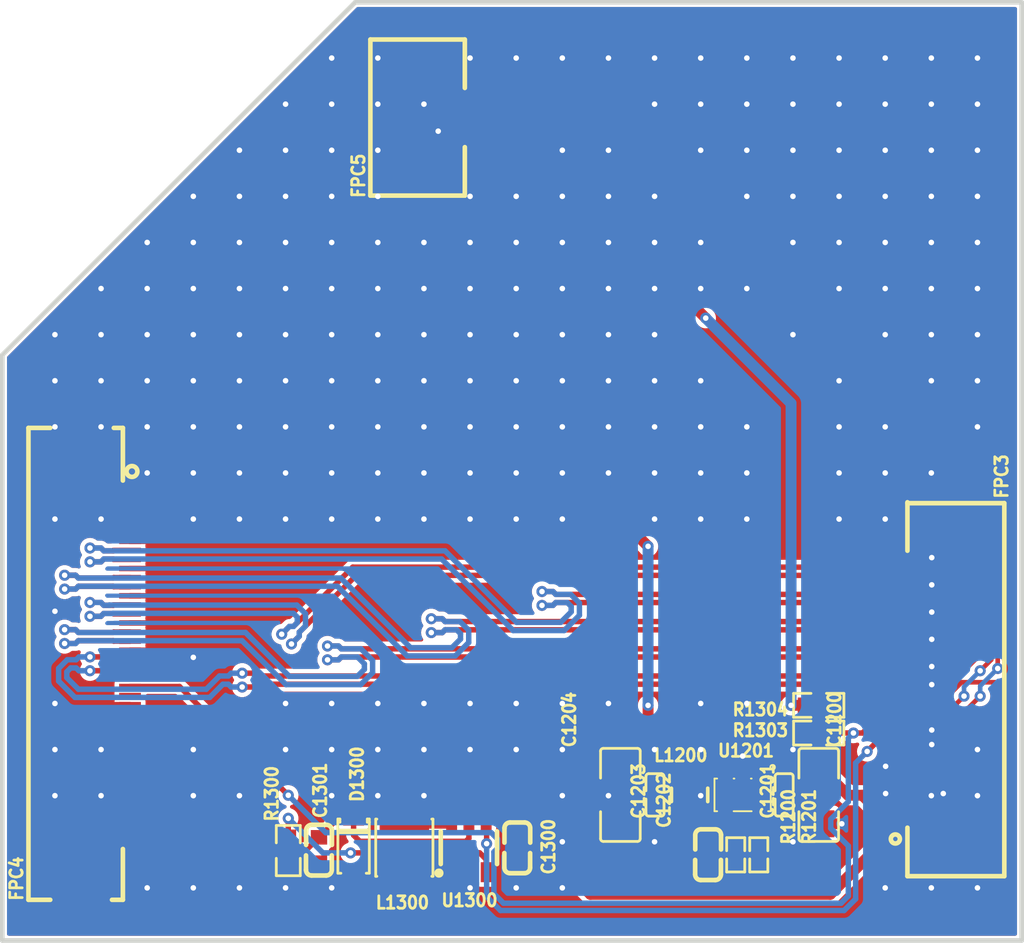
<source format=kicad_pcb>
(kicad_pcb
	(version 20241229)
	(generator "pcbnew")
	(generator_version "9.0")
	(general
		(thickness 1.6)
		(legacy_teardrops no)
	)
	(paper "A4")
	(layers
		(0 "F.Cu" signal "Top Layer")
		(2 "B.Cu" signal "Bottom Layer")
		(9 "F.Adhes" user "F.Adhesive")
		(11 "B.Adhes" user "B.Adhesive")
		(13 "F.Paste" user "Top Paste Mask Layer")
		(15 "B.Paste" user "Bottom Paste Mask Layer")
		(5 "F.SilkS" user "Top Silkscreen Layer")
		(7 "B.SilkS" user "Bottom Silkscreen Layer")
		(1 "F.Mask" user "Top Solder Mask Layer")
		(3 "B.Mask" user "Bottom Solder Mask Layer")
		(17 "Dwgs.User" user "Document Layer")
		(19 "Cmts.User" user "User.Comments")
		(21 "Eco1.User" user "User.Eco1")
		(23 "Eco2.User" user "Mechanical Layer")
		(25 "Edge.Cuts" user "Multi-Layer")
		(27 "Margin" user)
		(31 "F.CrtYd" user "F.Courtyard")
		(29 "B.CrtYd" user "B.Courtyard")
		(35 "F.Fab" user "Top Assembly Layer")
		(33 "B.Fab" user "Bottom Assembly Layer")
		(39 "User.1" user "Ratline Layer")
		(41 "User.2" user "Component Shape Layer")
		(43 "User.3" user "Component Marking Layer")
		(45 "User.4" user "3D Shell Outline Layer")
		(47 "User.5" user "3D Shell Top Layer")
		(49 "User.6" user "3D Shell Bottom Layer")
		(51 "User.7" user "Drill Drawing Layer")
	)
	(setup
		(pad_to_mask_clearance 0)
		(allow_soldermask_bridges_in_footprints no)
		(tenting front back)
		(aux_axis_origin 120 130)
		(pcbplotparams
			(layerselection 0x00000000_00000000_55555555_5755f5ff)
			(plot_on_all_layers_selection 0x00000000_00000000_00000000_00000000)
			(disableapertmacros no)
			(usegerberextensions no)
			(usegerberattributes yes)
			(usegerberadvancedattributes yes)
			(creategerberjobfile yes)
			(dashed_line_dash_ratio 12.000000)
			(dashed_line_gap_ratio 3.000000)
			(svgprecision 4)
			(plotframeref no)
			(mode 1)
			(useauxorigin no)
			(hpglpennumber 1)
			(hpglpenspeed 20)
			(hpglpendiameter 15.000000)
			(pdf_front_fp_property_popups yes)
			(pdf_back_fp_property_popups yes)
			(pdf_metadata yes)
			(pdf_single_document no)
			(dxfpolygonmode yes)
			(dxfimperialunits yes)
			(dxfusepcbnewfont yes)
			(psnegative no)
			(psa4output no)
			(plot_black_and_white yes)
			(plotinvisibletext no)
			(sketchpadsonfab no)
			(plotpadnumbers no)
			(hidednponfab no)
			(sketchdnponfab yes)
			(crossoutdnponfab yes)
			(subtractmaskfromsilk no)
			(outputformat 1)
			(mirror no)
			(drillshape 1)
			(scaleselection 1)
			(outputdirectory "")
		)
	)
	(net 0 "")
	(net 1 "+5V")
	(net 2 "GND")
	(net 3 "+3.3V")
	(net 4 "$1N3343")
	(net 5 "LED+")
	(net 6 "$1N2787")
	(net 7 "TP_SDA")
	(net 8 "TP_SCL")
	(net 9 "TP_INT")
	(net 10 "LCD_BL")
	(net 11 "LCD_RST")
	(net 12 "TP_RST")
	(net 13 "D3_N")
	(net 14 "D3_P")
	(net 15 "D2_N")
	(net 16 "D2_P")
	(net 17 "D1_N")
	(net 18 "D1_P")
	(net 19 "D0_N")
	(net 20 "D0_P")
	(net 21 "CLK_N")
	(net 22 "CLK_P")
	(net 23 "LED-")
	(net 24 "$1N3340")
	(footprint "ProPrj_wantalari_2025-02-21:R0603" (layer "F.Cu") (at 164.958 117.046 180))
	(footprint "ProPrj_wantalari_2025-02-21:R0603" (layer "F.Cu") (at 164.958 118.57 180))
	(footprint "ProPrj_wantalari_2025-02-21:SOT-23-6_L2.9-W1.6-P0.95-LS2.8-BR" (layer "F.Cu") (at 145.694 124.889 -90))
	(footprint "ProPrj_wantalari_2025-02-21:C0603" (layer "F.Cu") (at 137.439 125.016 90))
	(footprint "ProPrj_wantalari_2025-02-21:SOT-23-5_L3.0-W1.7-P0.95-LS2.8-BR" (layer "F.Cu") (at 160.767 121.979 90))
	(footprint "ProPrj_wantalari_2025-02-21:C0402" (layer "F.Cu") (at 163.053 121.979 -90))
	(footprint "ProPrj_wantalari_2025-02-21:C0603" (layer "F.Cu") (at 148.361 124.889 90))
	(footprint "ProPrj_wantalari_2025-02-21:IND-SMD_L3.0-W3.0_FNR30XXS" (layer "F.Cu") (at 142.138 124.889 90))
	(footprint "ProPrj_wantalari_2025-02-21:FPC-SMD_P0.50-40P_LCS-SJ-H2.0" (layer "F.Cu") (at 125.715 114.76 90))
	(footprint "ProPrj_wantalari_2025-02-21:SOD-123_L2.8-W1.8-LS3.7-RD" (layer "F.Cu") (at 139.344 124.889 -90))
	(footprint "ProPrj_wantalari_2025-02-21:IND-SMD_L2.5-W2.0_MHCHL2520" (layer "F.Cu") (at 157.846 121.979 -90))
	(footprint "ProPrj_wantalari_2025-02-21:C0402" (layer "F.Cu") (at 155.941 121.979 90))
	(footprint "ProPrj_wantalari_2025-02-21:FPC-SMD_P0.50-30P_LCS-SJ-H2.0" (layer "F.Cu") (at 170.927 116.157 -90))
	(footprint "ProPrj_wantalari_2025-02-21:C0603" (layer "F.Cu") (at 158.862 125.281 -90))
	(footprint "ProPrj_wantalari_2025-02-21:FPC-SMD_P0.50-6P_LCS-SJ-H2.0" (layer "F.Cu") (at 144.384 84.661 90))
	(footprint "ProPrj_wantalari_2025-02-21:C1206" (layer "F.Cu") (at 154.036 121.979 -90))
	(footprint "ProPrj_wantalari_2025-02-21:C1206" (layer "F.Cu") (at 164.958 121.979 90))
	(footprint "ProPrj_wantalari_2025-02-21:R0402" (layer "F.Cu") (at 161.656 125.281 90))
	(footprint "ProPrj_wantalari_2025-02-21:R0603" (layer "F.Cu") (at 135.748 125.047 90))
	(footprint "ProPrj_wantalari_2025-02-21:R0402" (layer "F.Cu") (at 160.386 125.281 -90))
	(gr_line
		(start 176.134 78.311)
		(end 176.134 130)
		(stroke
			(width 0.254)
			(type default)
		)
		(layer "Edge.Cuts")
		(uuid "3d0e2cff-6ef4-47d0-8929-fa17f80baf28")
	)
	(gr_line
		(start 176.134 130)
		(end 120 130)
		(stroke
			(width 0.254)
			(type default)
		)
		(layer "Edge.Cuts")
		(uuid "4804bca4-7f58-4f45-b922-191e5133aed8")
	)
	(gr_line
		(start 120 130)
		(end 120 97.742)
		(stroke
			(width 0.254)
			(type default)
		)
		(layer "Edge.Cuts")
		(uuid "722f4689-a836-4e64-8337-a94cc36ab40c")
	)
	(gr_line
		(start 120 97.742)
		(end 139.431 78.311)
		(stroke
			(width 0.254)
			(type default)
		)
		(layer "Edge.Cuts")
		(uuid "74559f65-32ae-4b9f-a490-3374fc9ea487")
	)
	(gr_line
		(start 139.431 78.311)
		(end 176.134 78.311)
		(stroke
			(width 0.254)
			(type default)
		)
		(layer "Edge.Cuts")
		(uuid "ddd3ffaf-a0a8-4f61-8589-1172cc19ca6f")
	)
	(segment
		(start 168.26 124.793)
		(end 168.26 122.905)
		(width 0.6)
		(layer "F.Cu")
		(net 1)
		(uuid "03ecf2b7-7488-4f40-bc90-f02475534fbd")
	)
	(segment
		(start 144.744 123.539)
		(end 144.744 122.655)
		(width 0.6)
		(layer "F.Cu")
		(net 1)
		(uuid "1285396f-de71-461b-bb1d-daa500b13fdc")
	)
	(segment
		(start 159.817 123.279)
		(end 161.717 121.379)
		(width 0.6)
		(layer "F.Cu")
		(net 1)
		(uuid "150049c2-be73-4730-866c-f2f0ea4a6464")
	)
	(segment
		(start 148.361 124.189)
		(end 149.114 124.189)
		(width 0.6)
		(layer "F.Cu")
		(net 1)
		(uuid "18670092-19c5-460d-addc-4682652c1d96")
	)
	(segment
		(start 144.744 123.539)
		(end 142.138 123.539)
		(width 0.6)
		(layer "F.Cu")
		(net 1)
		(uuid "191facf4-91bb-4cb5-87e7-30b346a0a872")
	)
	(segment
		(start 145.146 122.253)
		(end 147.813 122.253)
		(width 0.6)
		(layer "F.Cu")
		(net 1)
		(uuid "19afb773-4092-48a8-b6c8-df720fd6ad38")
	)
	(segment
		(start 168.895 122.507)
		(end 168.895 122.904)
		(width 0.254)
		(layer "F.Cu")
		(net 1)
		(uuid "29757d4e-61e0-471c-b25d-5b10571fe89f")
	)
	(segment
		(start 165.593 127.46)
		(end 168.26 124.793)
		(width 0.6)
		(layer "F.Cu")
		(net 1)
		(uuid "40de23d8-d2b7-48df-972d-efa75463730e")
	)
	(segment
		(start 161.717 121.379)
		(end 161.717 120.6785)
		(width 0.6)
		(layer "F.Cu")
		(net 1)
		(uuid "528748d6-dad7-40c8-8276-25f48058430a")
	)
	(segment
		(start 161.717 120.6785)
		(end 163.0395 120.6785)
		(width 0.6)
		(layer "F.Cu")
		(net 1)
		(uuid "67358f1f-00e0-4552-b3a2-f4e8cd655231")
	)
	(segment
		(start 167.354 121.999)
		(end 166.571 121.999)
		(width 0.6)
		(layer "F.Cu")
		(net 1)
		(uuid "67cc0cfa-5f58-41e8-9f87-68eff9a47ff8")
	)
	(segment
		(start 147.813 122.253)
		(end 148.361 122.801)
		(width 0.6)
		(layer "F.Cu")
		(net 1)
		(uuid "68154533-6fde-4a92-8d28-98a88e5d94e2")
	)
	(segment
		(start 169.8435 122.405)
		(end 168.997 122.405)
		(width 0.254)
		(layer "F.Cu")
		(net 1)
		(uuid "7c8f378c-74b0-484a-8223-925a21e91192")
	)
	(segment
		(start 169.8435 122.905)
		(end 168.8955 122.905)
		(width 0.254)
		(layer "F.Cu")
		(net 1)
		(uuid "7d7bc52f-f8b2-4870-8762-cfc0a8862692")
	)
	(segment
		(start 169.031 123.405)
		(end 169.8435 123.405)
		(width 0.254)
		(layer "F.Cu")
		(net 1)
		(uuid "af2bb01f-2b6a-473d-9c6b-bc49483b7414")
	)
	(segment
		(start 164.6655 120.6785)
		(end 164.958 120.386)
		(width 0.6)
		(layer "F.Cu")
		(net 1)
		(uuid "b5ffe4c7-83ce-4e82-9bd7-b61a3d7d08d4")
	)
	(segment
		(start 163.0395 120.6785)
		(end 164.6655 120.6785)
		(width 0.6)
		(layer "F.Cu")
		(net 1)
		(uuid "c00bea9c-b40f-4a6c-9b4c-67af880fae7a")
	)
	(segment
		(start 168.26 122.905)
		(end 167.354 121.999)
		(width 0.6)
		(layer "F.Cu")
		(net 1)
		(uuid "c0caba8a-8df6-4ddf-a195-5357980bbb6d")
	)
	(segment
		(start 168.8955 122.905)
		(end 168.26 122.905)
		(width 0.6)
		(layer "F.Cu")
		(net 1)
		(uuid "c33cc5fb-1ecc-4ff1-b3db-3c307103229e")
	)
	(segment
		(start 163.053 120.6925)
		(end 163.0395 120.6785)
		(width 0.6)
		(layer "F.Cu")
		(net 1)
		(uuid "cfb2ce93-b177-4804-85f2-2d9fcc933819")
	)
	(segment
		(start 152.385 127.46)
		(end 165.593 127.46)
		(width 0.6)
		(layer "F.Cu")
		(net 1)
		(uuid "db53072e-f639-4f51-a948-64bd8225bf63")
	)
	(segment
		(start 168.895 122.9055)
		(end 168.895 123.269)
		(width 0.254)
		(layer "F.Cu")
		(net 1)
		(uuid "e0ba3460-c793-4a2c-9afa-1b4c4fefc3ee")
	)
	(segment
		(start 149.114 124.189)
		(end 152.385 127.46)
		(width 0.6)
		(layer "F.Cu")
		(net 1)
		(uuid "e65784d8-c605-4c5b-a767-7ee2772e07c7")
	)
	(segment
		(start 144.744 122.655)
		(end 145.146 122.253)
		(width 0.6)
		(layer "F.Cu")
		(net 1)
		(uuid "e9e6a90c-6969-4158-a723-d6be9d4f79e1")
	)
	(segment
		(start 148.361 122.801)
		(end 148.361 124.189)
		(width 0.6)
		(layer "F.Cu")
		(net 1)
		(uuid "ecea071c-ad9b-497d-a3d2-dfb3332eb99d")
	)
	(segment
		(start 163.053 121.4335)
		(end 163.053 120.6925)
		(width 0.6)
		(layer "F.Cu")
		(net 1)
		(uuid "f03e2b9b-1330-4afb-a625-295ecd75124c")
	)
	(segment
		(start 166.571 121.999)
		(end 164.958 120.386)
		(width 0.6)
		(layer "F.Cu")
		(net 1)
		(uuid "f9fd9546-fa57-43ec-b77f-acb477802e03")
	)
	(segment
		(start 168.895 123.269)
		(end 169.031 123.405)
		(width 0.254)
		(layer "F.Cu")
		(net 1)
		(uuid "fbd090aa-ec78-4723-b90e-d5ac378e0618")
	)
	(segment
		(start 168.997 122.405)
		(end 168.895 122.507)
		(width 0.254)
		(layer "F.Cu")
		(net 1)
		(uuid "fd390bfa-f74c-4932-9ec9-cb34efe6a9a6")
	)
	(segment
		(start 161.656 125.7135)
		(end 162.5135 125.7135)
		(width 0.6)
		(layer "F.Cu")
		(net 2)
		(uuid "04ad3eb1-2877-4805-b9b3-7b7a0b18b68c")
	)
	(segment
		(start 127.033 114.008)
		(end 128.995 114.008)
		(width 0.3)
		(layer "F.Cu")
		(net 2)
		(uuid "05d6d293-c7d4-4ff5-a882-90efacfd3d25")
	)
	(segment
		(start 160.767 120.6785)
		(end 160.767 119.84)
		(width 0.6)
		(layer "F.Cu")
		(net 2)
		(uuid "06a3b83f-ee82-4748-94fb-6e92e04a9ab1")
	)
	(segment
		(start 127.033 112.507)
		(end 128.6235 112.507)
		(width 0.3)
		(layer "F.Cu")
		(net 2)
		(uuid "08f348fd-ef5d-4974-8acf-906133691f73")
	)
	(segment
		(start 170.679 116.405)
		(end 171.181 115.903)
		(width 0.3)
		(layer "F.Cu")
		(net 2)
		(uuid "0a008301-f76d-4302-a95b-62773e064d03")
	)
	(segment
		(start 128.509 109.4615)
		(end 128.4635 109.5075)
		(width 0.3)
		(layer "F.Cu")
		(net 2)
		(uuid "0b9756b8-46a2-4ff2-9f1a-ceb3243b1fc6")
	)
	(segment
		(start 125.4635 119.5075)
		(end 125.438 119.482)
		(width 0.3)
		(layer "F.Cu")
		(net 2)
		(uuid "0eb7bd6d-786f-4725-b70a-dfda51fbfb0a")
	)
	(segment
		(start 125.677 117.008)
		(end 125.461 116.792)
		(width 0.3)
		(layer "F.Cu")
		(net 2)
		(uuid "17f7dd1e-bc20-450e-9d10-df68dd8e758b")
	)
	(segment
		(start 127.033 106.5075)
		(end 125.7125 106.5075)
		(width 0.3)
		(layer "F.Cu")
		(net 2)
		(uuid "2343d043-e7c2-44b9-9b70-b62cea6133f3")
	)
	(segment
		(start 164.958 123.5715)
		(end 166.228 123.5715)
		(width 0.6)
		(layer "F.Cu")
		(net 2)
		(uuid "258da6d2-1697-425b-a0a3-b6050b901dae")
	)
	(segment
		(start 125.461 116.157)
		(end 126.11 115.508)
		(width 0.3)
		(layer "F.Cu")
		(net 2)
		(uuid "269bced5-1385-49b4-b698-7671e3f17266")
	)
	(segment
		(start 128.995 114.528)
		(end 128.995 114.008)
		(width 0.3)
		(layer "F.Cu")
		(net 2)
		(uuid "26dd5423-c0d6-419a-96e2-18944a1396cf")
	)
	(segment
		(start 162.5135 125.7135)
		(end 163.053 125.174)
		(width 0.6)
		(layer "F.Cu")
		(net 2)
		(uuid "314fec69-1066-4897-816c-a4d56ec68041")
	)
	(segment
		(start 163.073 123.5715)
		(end 163.053 123.5515)
		(width 0.6)
		(layer "F.Cu")
		(net 2)
		(uuid "3583334a-70b6-4bcc-9f76-85658ab99867")
	)
	(segment
		(start 126.11 115.508)
		(end 127.033 115.508)
		(width 0.3)
		(layer "F.Cu")
		(net 2)
		(uuid "38f6ac79-2a62-4dc0-8cd2-8e2e9749b930")
	)
	(segment
		(start 169.842 108.907)
		(end 171.181 108.907)
		(width 0.3)
		(layer "F.Cu")
		(net 2)
		(uuid "46773e7e-a0f0-4885-96e7-ac1c0fa311ca")
	)
	(segment
		(start 128.848 112.282)
		(end 128.6235 112.507)
		(width 0.3)
		(layer "F.Cu")
		(net 2)
		(uuid "49bdfd63-b791-4da0-95c7-543ce8960c99")
	)
	(segment
		(start 156.1615 121.4335)
		(end 156.586 121.858)
		(width 0.6)
		(layer "F.Cu")
		(net 2)
		(uuid "4c248bc8-0bbe-477c-893a-beca64f247d3")
	)
	(segment
		(start 169.8435 118.405)
		(end 171.181 118.405)
		(width 0.254)
		(layer "F.Cu")
		(net 2)
		(uuid "4e157551-ffe3-4f46-a822-2c84b65f74eb")
	)
	(segment
		(start 163.053 125.174)
		(end 163.053 123.5515)
		(width 0.6)
		(layer "F.Cu")
		(net 2)
		(uuid "4e5c178b-598b-4974-92db-ac3a6a6b15a2")
	)
	(segment
		(start 127.033 111.0085)
		(end 128.636 111.0085)
		(width 0.3)
		(layer "F.Cu")
		(net 2)
		(uuid "4f8e8a62-5d82-4a01-adda-84dfb270384f")
	)
	(segment
		(start 128.015 115.508)
		(end 128.995 114.528)
		(width 0.3)
		(layer "F.Cu")
		(net 2)
		(uuid "54de6cb1-52a0-4ceb-b0db-be0ed0a0d254")
	)
	(segment
		(start 127.033 115.508)
		(end 128.015 115.508)
		(width 0.3)
		(layer "F.Cu")
		(net 2)
		(uuid "593e2df1-9be1-44e1-99f5-424a230e5701")
	)
	(segment
		(start 145.469 85.411)
		(end 144.003 85.411)
		(width 0.3)
		(layer "F.Cu")
		(net 2)
		(uuid "65267130-9c5e-460a-bae2-0957e1f069b6")
	)
	(segment
		(start 155.941 121.4335)
		(end 156.1615 121.4335)
		(width 0.6)
		(layer "F.Cu")
		(net 2)
		(uuid "7422dc18-b5e6-4933-8bd0-7ae7cd56b77d")
	)
	(segment
		(start 169.8435 119.405)
		(end 170.981 119.405)
		(width 0.254)
		(layer "F.Cu")
		(net 2)
		(uuid "7640c9da-a0ce-4d26-b857-336995ff9de4")
	)
	(segment
		(start 154.036 120.386)
		(end 154.8935 120.386)
		(width 0.6)
		(layer "F.Cu")
		(net 2)
		(uuid "77824867-409d-4ce6-a855-13439586f484")
	)
	(segment
		(start 125.461 116.792)
		(end 125.461 116.157)
		(width 0.3)
		(layer "F.Cu")
		(net 2)
		(uuid "7b140181-9c6a-4f7b-a2cf-0ad4b8a74c57")
	)
	(segment
		(start 163.053 123.5515)
		(end 163.053 122.524)
		(width 0.6)
		(layer "F.Cu")
		(net 2)
		(uuid "7be3521a-d667-4c11-a006-e23f1c60b166")
	)
	(segment
		(start 128.995 114.008)
		(end 130.1245 114.008)
		(width 0.3)
		(layer "F.Cu")
		(net 2)
		(uuid "8112df9f-c22a-4cb1-8819-4792f53cdc7d")
	)
	(segment
		(start 169.842 110.407)
		(end 171.181 110.407)
		(width 0.3)
		(layer "F.Cu")
		(net 2)
		(uuid "827bb155-5900-4a06-9857-a566afa72c49")
	)
	(segment
		(start 164.958 123.5715)
		(end 163.073 123.5715)
		(width 0.6)
		(layer "F.Cu")
		(net 2)
		(uuid "85674786-96fd-4256-9f83-9fbdf5ab2546")
	)
	(segment
		(start 128.2345 108.0085)
		(end 128.509 108.283)
		(width 0.3)
		(layer "F.Cu")
		(net 2)
		(uuid "8cb68b5a-be78-46e0-a432-4d9f548f259d")
	)
	(segment
		(start 169.842 113.407)
		(end 171.181 113.407)
		(width 0.3)
		(layer "F.Cu")
		(net 2)
		(uuid "8da5642c-972e-43ed-974f-7073a10ec5f2")
	)
	(segment
		(start 128.6235 112.507)
		(end 130.1245 114.008)
		(width 0.3)
		(layer "F.Cu")
		(net 2)
		(uuid "94503ba7-988d-46c6-839a-b4714a14b035")
	)
	(segment
		(start 169.8435 121.905)
		(end 168.641 121.905)
		(width 0.254)
		(layer "F.Cu")
		(net 2)
		(uuid "95acfbca-4bb8-48d9-a80b-c7546249283a")
	)
	(segment
		(start 130.1245 114.008)
		(end 130.518 114.402)
		(width 0.3)
		(layer "F.Cu")
		(net 2)
		(uuid "99bf5a21-63ce-4d0f-b837-384fcdf592a8")
	)
	(segment
		(start 154.8935 120.386)
		(end 155.941 121.4335)
		(width 0.6)
		(layer "F.Cu")
		(net 2)
		(uuid "9e5d8edc-a288-4806-b2b6-c65d0175fb87")
	)
	(segment
		(start 170.981 119.405)
		(end 171.181 119.205)
		(width 0.254)
		(layer "F.Cu")
		(net 2)
		(uuid "a62c9b19-657f-45cc-beb5-04cdd6631135")
	)
	(segment
		(start 125.7125 106.5075)
		(end 125.438 106.782)
		(width 0.3)
		(layer "F.Cu")
		(net 2)
		(uuid "a8443c87-c060-4cd5-bc67-4771a6cfd5cb")
	)
	(segment
		(start 128.4635 109.5075)
		(end 128.636 109.68)
		(width 0.3)
		(layer "F.Cu")
		(net 2)
		(uuid "ad5ce332-1e14-4d7c-be34-08d51cad9abe")
	)
	(segment
		(start 160.767 121.336)
		(end 160.767 120.6785)
		(width 0.6)
		(layer "F.Cu")
		(net 2)
		(uuid "b076d409-0629-4a02-b73a-37a3fb018d88")
	)
	(segment
		(start 156.586 121.858)
		(end 160.245 121.858)
		(width 0.6)
		(layer "F.Cu")
		(net 2)
		(uuid "b10bc016-ea15-4d53-a4be-3ad6ea58d1f9")
	)
	(segment
		(start 160.245 121.858)
		(end 160.767 121.336)
		(width 0.6)
		(layer "F.Cu")
		(net 2)
		(uuid "b4c432a9-689c-490d-b7cd-7f4d6ed709bb")
	)
	(segment
		(start 169.842 114.907)
		(end 171.181 114.907)
		(width 0.3)
		(layer "F.Cu")
		(net 2)
		(uuid "b56e01a8-846d-4b28-83cd-b3f599468c7f")
	)
	(segment
		(start 169.8435 116.405)
		(end 170.679 116.405)
		(width 0.3)
		(layer "F.Cu")
		(net 2)
		(uuid "bdbe031e-614a-4cae-871e-96e40c1994b2")
	)
	(segment
		(start 128.509 108.283)
		(end 128.509 109.4615)
		(width 0.3)
		(layer "F.Cu")
		(net 2)
		(uuid "c2524db5-a5f4-435e-ab66-6ab27f6c453d")
	)
	(segment
		(start 127.033 119.5075)
		(end 125.4635 119.5075)
		(width 0.3)
		(layer "F.Cu")
		(net 2)
		(uuid "cb0f9244-5ff2-4be8-9be3-a0854a10dd8e")
	)
	(segment
		(start 169.8435 120.405)
		(end 168.641 120.405)
		(width 0.254)
		(layer "F.Cu")
		(net 2)
		(uuid "cd5beb19-b7f0-4ecd-b319-a95e0be3be82")
	)
	(segment
		(start 127.033 117.008)
		(end 125.677 117.008)
		(width 0.3)
		(layer "F.Cu")
		(net 2)
		(uuid "d062e315-8582-40dd-8dbe-ed7831f2c680")
	)
	(segment
		(start 128.636 111.0085)
		(end 128.848 111.2205)
		(width 0.3)
		(layer "F.Cu")
		(net 2)
		(uuid "d2942c33-bd87-41d1-b478-126edf03381e")
	)
	(segment
		(start 128.636 109.68)
		(end 128.636 111.0085)
		(width 0.3)
		(layer "F.Cu")
		(net 2)
		(uuid "d77f4647-8deb-45bb-8095-4771fabd1c96")
	)
	(segment
		(start 169.842 111.907)
		(end 171.181 111.907)
		(width 0.3)
		(layer "F.Cu")
		(net 2)
		(uuid "da32273d-c033-4b3d-801b-5ce472890e19")
	)
	(segment
		(start 128.848 111.2205)
		(end 128.848 112.282)
		(width 0.3)
		(layer "F.Cu")
		(net 2)
		(uuid "e33b0eec-0538-4099-aef9-853c920ec35c")
	)
	(segment
		(start 169.8435 121.905)
		(end 171.816 121.905)
		(width 0.3)
		(layer "F.Cu")
		(net 2)
		(uuid "f1894e72-99d4-4cc1-8da2-a7a776bbd36c")
	)
	(segment
		(start 127.033 109.5075)
		(end 128.4635 109.5075)
		(width 0.3)
		(layer "F.Cu")
		(net 2)
		(uuid "f41d015c-ff0b-48dc-a458-26c789be31d2")
	)
	(segment
		(start 127.033 108.0085)
		(end 128.2345 108.0085)
		(width 0.3)
		(layer "F.Cu")
		(net 2)
		(uuid "fa6f5bac-5c6e-4c4e-9f53-eaedd4c3cb63")
	)
	(via
		(at 130.518 114.402)
		(size 0.61)
		(drill 0.305)
		(layers "F.Cu" "B.Cu")
		(net 2)
		(uuid "01a06eb5-ca48-465c-bcc8-c4b7434e423e")
	)
	(via
		(at 140.678 89.002)
		(size 0.61)
		(drill 0.305)
		(layers "F.Cu" "B.Cu")
		(net 2)
		(uuid "022af5c3-977f-4184-9cb3-bc478ebf7b78")
	)
	(via
		(at 145.758 101.702)
		(size 0.61)
		(drill 0.305)
		(layers "F.Cu" "B.Cu")
		(net 2)
		(uuid "024e7d2c-8334-4f67-8194-f1ae03bb82e8")
	)
	(via
		(at 163.538 86.462)
		(size 0.61)
		(drill 0.305)
		(layers "F.Cu" "B.Cu")
		(net 2)
		(uuid "06d65e11-c744-46bc-ae10-e6773488b7e1")
	)
	(via
		(at 133.058 104.242)
		(size 0.61)
		(drill 0.305)
		(layers "F.Cu" "B.Cu")
		(net 2)
		(uuid "07e24e06-38b9-4e28-a9be-04bda6fbb114")
	)
	(via
		(at 144.003 85.411)
		(size 0.61)
		(drill 0.305)
		(layers "F.Cu" "B.Cu")
		(net 2)
		(uuid "0a107def-327d-4962-b6fb-9075f591ef02")
	)
	(via
		(at 173.698 119.482)
		(size 0.61)
		(drill 0.305)
		(layers "F.Cu" "B.Cu")
		(net 2)
		(uuid "0cc7b4a9-1e0b-4f14-bafd-ecbcca9b6170")
	)
	(via
		(at 171.158 91.542)
		(size 0.61)
		(drill 0.305)
		(layers "F.Cu" "B.Cu")
		(net 2)
		(uuid "0cdc557f-aed0-453d-8191-2c4833790a83")
	)
	(via
		(at 150.838 124.562)
		(size 0.61)
		(drill 0.305)
		(layers "F.Cu" "B.Cu")
		(net 2)
		(uuid "0dbda97a-679f-4714-b95a-3b3400a31777")
	)
	(via
		(at 122.898 111.862)
		(size 0.61)
		(drill 0.305)
		(layers "F.Cu" "B.Cu")
		(net 2)
		(uuid "0e21bda2-25b2-45aa-90b3-e6036bdc032b")
	)
	(via
		(at 148.298 106.782)
		(size 0.61)
		(drill 0.305)
		(layers "F.Cu" "B.Cu")
		(net 2)
		(uuid "0e9286cd-c4d8-41c0-8b7c-f6913b9ef201")
	)
	(via
		(at 130.518 94.082)
		(size 0.61)
		(drill 0.305)
		(layers "F.Cu" "B.Cu")
		(net 2)
		(uuid "0f711849-5e8a-45d9-b39e-d54a07c22142")
	)
	(via
		(at 138.138 96.622)
		(size 0.61)
		(drill 0.305)
		(layers "F.Cu" "B.Cu")
		(net 2)
		(uuid "0f8d407d-00e3-4903-b9da-d3193d47e197")
	)
	(via
		(at 158.458 83.922)
		(size 0.61)
		(drill 0.305)
		(layers "F.Cu" "B.Cu")
		(net 2)
		(uuid "0f93fdd0-d3df-468e-8673-f47e64cd1362")
	)
	(via
		(at 171.181 118.405)
		(size 0.61)
		(drill 0.305)
		(layers "F.Cu" "B.Cu")
		(net 2)
		(uuid "102cda63-72f5-46ca-aa3d-ed8c7b06d234")
	)
	(via
		(at 160.998 106.782)
		(size 0.61)
		(drill 0.305)
		(layers "F.Cu" "B.Cu")
		(net 2)
		(uuid "103b58be-25b2-4257-9e79-1b47eedf9326")
	)
	(via
		(at 140.678 99.162)
		(size 0.61)
		(drill 0.305)
		(layers "F.Cu" "B.Cu")
		(net 2)
		(uuid "10da8b5e-a69c-4130-882c-6fb1dad4092e")
	)
	(via
		(at 143.218 104.242)
		(size 0.61)
		(drill 0.305)
		(layers "F.Cu" "B.Cu")
		(net 2)
		(uuid "10fbb419-7269-4b6d-b6bc-770a3b509460")
	)
	(via
		(at 145.758 96.622)
		(size 0.61)
		(drill 0.305)
		(layers "F.Cu" "B.Cu")
		(net 2)
		(uuid "117d57e8-962b-4088-ab04-ac4e5e1d8572")
	)
	(via
		(at 130.518 122.022)
		(size 0.61)
		(drill 0.305)
		(layers "F.Cu" "B.Cu")
		(net 2)
		(uuid "12a9c3d3-75a1-4c67-a465-bc41f204ec19")
	)
	(via
		(at 171.158 96.622)
		(size 0.61)
		(drill 0.305)
		(layers "F.Cu" "B.Cu")
		(net 2)
		(uuid "13d4589d-b0f4-4920-ab70-40c8fb349112")
	)
	(via
		(at 140.678 104.242)
		(size 0.61)
		(drill 0.305)
		(layers "F.Cu" "B.Cu")
		(net 2)
		(uuid "13fb44e8-db4b-4cb3-9baa-3f61df5805bc")
	)
	(via
		(at 127.978 96.622)
		(size 0.61)
		(drill 0.305)
		(layers "F.Cu" "B.Cu")
		(net 2)
		(uuid "14467ac3-568e-42eb-b86e-12c13383e70f")
	)
	(via
		(at 171.158 94.082)
		(size 0.61)
		(drill 0.305)
		(layers "F.Cu" "B.Cu")
		(net 2)
		(uuid "14e07f00-c557-4a8d-9204-57f9c222175a")
	)
	(via
		(at 173.698 89.002)
		(size 0.61)
		(drill 0.305)
		(layers "F.Cu" "B.Cu")
		(net 2)
		(uuid "15778db6-755c-421c-bc9e-18d7307ab6ea")
	)
	(via
		(at 160.998 94.082)
		(size 0.61)
		(drill 0.305)
		(layers "F.Cu" "B.Cu")
		(net 2)
		(uuid "173f84dd-cc11-46f3-8091-f1ebe207c833")
	)
	(via
		(at 150.838 81.382)
		(size 0.61)
		(drill 0.305)
		(layers "F.Cu" "B.Cu")
		(net 2)
		(uuid "174baf7f-af2b-4cbc-acfc-c3ac8804896f")
	)
	(via
		(at 135.598 94.082)
		(size 0.61)
		(drill 0.305)
		(layers "F.Cu" "B.Cu")
		(net 2)
		(uuid "18d27b69-ad07-4f07-b803-6c5330c8f212")
	)
	(via
		(at 122.898 99.162)
		(size 0.61)
		(drill 0.305)
		(layers "F.Cu" "B.Cu")
		(net 2)
		(uuid "19b93560-c5e6-4dc3-a532-e3b33c9b4e47")
	)
	(via
		(at 171.181 111.907)
		(size 0.61)
		(drill 0.305)
		(layers "F.Cu" "B.Cu")
		(net 2)
		(uuid "19d1508c-0021-4f51-954e-41681a9e78e7")
	)
	(via
		(at 155.918 94.082)
		(size 0.61)
		(drill 0.305)
		(layers "F.Cu" "B.Cu")
		(net 2)
		(uuid "1a2d2586-6008-4509-80bb-5cced3f7004f")
	)
	(via
		(at 158.458 91.542)
		(size 0.61)
		(drill 0.305)
		(layers "F.Cu" "B.Cu")
		(net 2)
		(uuid "1aaa6f70-12a4-4312-bd56-ec31cc949de9")
	)
	(via
		(at 135.598 83.922)
		(size 0.61)
		(drill 0.305)
		(layers "F.Cu" "B.Cu")
		(net 2)
		(uuid "1b68c8cf-a768-40c1-a2a1-dbfd391f7c93")
	)
	(via
		(at 138.138 116.942)
		(size 0.61)
		(drill 0.305)
		(layers "F.Cu" "B.Cu")
		(net 2)
		(uuid "1d0be0d7-ebad-4242-9bc5-266ad3e9fb7b")
	)
	(via
		(at 166.078 86.462)
		(size 0.61)
		(drill 0.305)
		(layers "F.Cu" "B.Cu")
		(net 2)
		(uuid "2046b3be-8994-4694-96f9-2251182aeb43")
	)
	(via
		(at 133.058 106.782)
		(size 0.61)
		(drill 0.305)
		(layers "F.Cu" "B.Cu")
		(net 2)
		(uuid "2097ea13-27cc-4532-a9b9-e2b593c10605")
	)
	(via
		(at 166.078 94.082)
		(size 0.61)
		(drill 0.305)
		(layers "F.Cu" "B.Cu")
		(net 2)
		(uuid "20eb393a-b2f1-49da-89eb-9baf4127ab1d")
	)
	(via
		(at 135.598 119.482)
		(size 0.61)
		(drill 0.305)
		(layers "F.Cu" "B.Cu")
		(net 2)
		(uuid "21cc2e3b-686f-4306-8797-8f40d7286ffb")
	)
	(via
		(at 155.918 124.562)
		(size 0.61)
		(drill 0.305)
		(layers "F.Cu" "B.Cu")
		(net 2)
		(uuid "23d35cf4-9f66-478f-a37b-487bd4decafc")
	)
	(via
		(at 155.918 101.702)
		(size 0.61)
		(drill 0.305)
		(layers "F.Cu" "B.Cu")
		(net 2)
		(uuid "2498d8bb-8eb4-49ba-9398-369bbb49b015")
	)
	(via
		(at 130.518 99.162)
		(size 0.61)
		(drill 0.305)
		(layers "F.Cu" "B.Cu")
		(net 2)
		(uuid "26746edc-2b90-45e2-8f82-e8b3062202e3")
	)
	(via
		(at 148.298 101.702)
		(size 0.61)
		(drill 0.305)
		(layers "F.Cu" "B.Cu")
		(net 2)
		(uuid "26831a63-9688-4a54-aebb-03127822001e")
	)
	(via
		(at 171.181 113.407)
		(size 0.61)
		(drill 0.305)
		(layers "F.Cu" "B.Cu")
		(net 2)
		(uuid "26b4d438-060e-4b11-b580-e5166b24757e")
	)
	(via
		(at 130.518 104.242)
		(size 0.61)
		(drill 0.305)
		(layers "F.Cu" "B.Cu")
		(net 2)
		(uuid "278b2e65-cc00-4c74-b54b-a4a7f79011ad")
	)
	(via
		(at 135.598 99.162)
		(size 0.61)
		(drill 0.305)
		(layers "F.Cu" "B.Cu")
		(net 2)
		(uuid "2928fa9a-3cb6-40c3-9287-2b6bb7d71c98")
	)
	(via
		(at 158.458 94.082)
		(size 0.61)
		(drill 0.305)
		(layers "F.Cu" "B.Cu")
		(net 2)
		(uuid "2a01bdfc-d5c9-42c7-850f-c7e5aedb1138")
	)
	(via
		(at 143.218 99.162)
		(size 0.61)
		(drill 0.305)
		(layers "F.Cu" "B.Cu")
		(net 2)
		(uuid "2c72f3e3-15b3-4dbe-b1c0-5f98a0c80bce")
	)
	(via
		(at 148.298 104.242)
		(size 0.61)
		(drill 0.305)
		(layers "F.Cu" "B.Cu")
		(net 2)
		(uuid "305489a8-b5c0-40d3-8ca9-f2c7fb52683f")
	)
	(via
		(at 163.538 124.562)
		(size 0.61)
		(drill 0.305)
		(layers "F.Cu" "B.Cu")
		(net 2)
		(uuid "30dd4524-185d-4a1f-98ea-d94a3f2ac5de")
	)
	(via
		(at 138.138 81.382)
		(size 0.61)
		(drill 0.305)
		(layers "F.Cu" "B.Cu")
		(net 2)
		(uuid "30e1dc69-ad83-4dff-af14-52a8921f6aba")
	)
	(via
		(at 153.378 104.242)
		(size 0.61)
		(drill 0.305)
		(layers "F.Cu" "B.Cu")
		(net 2)
		(uuid "318f9499-3c8b-464c-b072-2d0d6717d9e3")
	)
	(via
		(at 138.138 86.462)
		(size 0.61)
		(drill 0.305)
		(layers "F.Cu" "B.Cu")
		(net 2)
		(uuid "342c6e09-8c22-4e60-ac40-1b4d14af4c00")
	)
	(via
		(at 168.618 106.782)
		(size 0.61)
		(drill 0.305)
		(layers "F.Cu" "B.Cu")
		(net 2)
		(uuid "354e2301-b351-429f-82e3-d60ef5ea20a7")
	)
	(via
		(at 122.898 122.022)
		(size 0.61)
		(drill 0.305)
		(layers "F.Cu" "B.Cu")
		(net 2)
		(uuid "3666acb4-5350-43f1-81d5-0b7e5b75f0b2")
	)
	(via
		(at 163.538 81.382)
		(size 0.61)
		(drill 0.305)
		(layers "F.Cu" "B.Cu")
		(net 2)
		(uuid "373bb70c-1080-4cf7-9019-f52773d6a978")
	)
	(via
		(at 138.138 91.542)
		(size 0.61)
		(drill 0.305)
		(layers "F.Cu" "B.Cu")
		(net 2)
		(uuid "38025b8a-fb61-4e4c-87fe-0d242f5e4c7f")
	)
	(via
		(at 145.758 106.782)
		(size 0.61)
		(drill 0.305)
		(layers "F.Cu" "B.Cu")
		(net 2)
		(uuid "3a07b7aa-690e-4aec-ae35-8f2861c34449")
	)
	(via
		(at 138.138 99.162)
		(size 0.61)
		(drill 0.305)
		(layers "F.Cu" "B.Cu")
		(net 2)
		(uuid "3c4f0e67-49e1-4512-8b33-441ac38658f4")
	)
	(via
		(at 150.838 116.942)
		(size 0.61)
		(drill 0.305)
		(layers "F.Cu" "B.Cu")
		(net 2)
		(uuid "3f13e6dd-354d-4086-ac1f-c66c61d5927c")
	)
	(via
		(at 160.998 116.942)
		(size 0.61)
		(drill 0.305)
		(layers "F.Cu" "B.Cu")
		(net 2)
		(uuid "3f15cb5d-6d87-4bc5-a587-d852eb4cbd82")
	)
	(via
		(at 143.218 119.482)
		(size 0.61)
		(drill 0.305)
		(layers "F.Cu" "B.Cu")
		(net 2)
		(uuid "3f225197-3c2d-4db8-8ec2-255d01bd7171")
	)
	(via
		(at 140.678 83.922)
		(size 0.61)
		(drill 0.305)
		(layers "F.Cu" "B.Cu")
		(net 2)
		(uuid "42d0ad03-6f67-4952-830f-e0ed9028fbc7")
	)
	(via
		(at 171.181 110.407)
		(size 0.61)
		(drill 0.305)
		(layers "F.Cu" "B.Cu")
		(net 2)
		(uuid "43ee011d-e569-4b67-8ba8-240dfacfb16c")
	)
	(via
		(at 148.298 96.622)
		(size 0.61)
		(drill 0.305)
		(layers "F.Cu" "B.Cu")
		(net 2)
		(uuid "43f8ef78-980c-4a4d-bfa3-c4fe2b35f4a0")
	)
	(via
		(at 173.698 94.082)
		(size 0.61)
		(drill 0.305)
		(layers "F.Cu" "B.Cu")
		(net 2)
		(uuid "44dad948-891a-47a4-a012-f60b1dc1c468")
	)
	(via
		(at 163.538 96.622)
		(size 0.61)
		(drill 0.305)
		(layers "F.Cu" "B.Cu")
		(net 2)
		(uuid "48134993-332a-4129-a5b4-c3eb9adcc92c")
	)
	(via
		(at 140.678 116.942)
		(size 0.61)
		(drill 0.305)
		(layers "F.Cu" "B.Cu")
		(net 2)
		(uuid "48538ca4-abc5-4306-a71d-c9e237428bbd")
	)
	(via
		(at 171.181 114.907)
		(size 0.61)
		(drill 0.305)
		(layers "F.Cu" "B.Cu")
		(net 2)
		(uuid "4951c004-12d7-43ec-9ad3-37d761b3a4b3")
	)
	(via
		(at 148.298 81.382)
		(size 0.61)
		(drill 0.305)
		(layers "F.Cu" "B.Cu")
		(net 2)
		(uuid "4a769bb7-1ee4-4c7b-a79e-3c84b16bdb9a")
	)
	(via
		(at 168.618 127.102)
		(size 0.61)
		(drill 0.305)
		(layers "F.Cu" "B.Cu")
		(net 2)
		(uuid "4cfd207d-913a-4276-a370-c9a188414eb4")
	)
	(via
		(at 171.181 119.205)
		(size 0.61)
		(drill 0.305)
		(layers "F.Cu" "B.Cu")
		(net 2)
		(uuid "4daf2b88-0e2c-4682-b84f-416a39031e41")
	)
	(via
		(at 160.998 81.382)
		(size 0.61)
		(drill 0.305)
		(layers "F.Cu" "B.Cu")
		(net 2)
		(uuid "4ef1ca54-0405-40dd-83c9-b51f748e552d")
	)
	(via
		(at 127.978 127.102)
		(size 0.61)
		(drill 0.305)
		(layers "F.Cu" "B.Cu")
		(net 2)
		(uuid "4ef8e0f8-5f61-4cf5-acfe-2999a733da89")
	)
	(via
		(at 171.158 127.102)
		(size 0.61)
		(drill 0.305)
		(layers "F.Cu" "B.Cu")
		(net 2)
		(uuid "4f0f4b54-9d73-4954-87b6-8f58a53dbdfe")
	)
	(via
		(at 173.698 81.382)
		(size 0.61)
		(drill 0.305)
		(layers "F.Cu" "B.Cu")
		(net 2)
		(uuid "4fb26f28-5436-4725-b093-2b2faee04176")
	)
	(via
		(at 163.538 119.482)
		(size 0.61)
		(drill 0.305)
		(layers "F.Cu" "B.Cu")
		(net 2)
		(uuid "51a555f5-82e1-4698-ac35-92ed044cd0e1")
	)
	(via
		(at 125.438 96.622)
		(size 0.61)
		(drill 0.305)
		(layers "F.Cu" "B.Cu")
		(net 2)
		(uuid "522c9fdc-27c5-4946-badd-d0ad816d88d4")
	)
	(via
		(at 166.228 123.5715)
		(size 0.61)
		(drill 0.305)
		(layers "F.Cu" "B.Cu")
		(net 2)
		(uuid "56109fea-38e2-4731-8e30-51d67f1cdc1d")
	)
	(via
		(at 168.618 91.542)
		(size 0.61)
		(drill 0.305)
		(layers "F.Cu" "B.Cu")
		(net 2)
		(uuid "57ba0339-1f90-488a-bd24-b94e00d75e24")
	)
	(via
		(at 150.838 89.002)
		(size 0.61)
		(drill 0.305)
		(layers "F.Cu" "B.Cu")
		(net 2)
		(uuid "58fc7e9e-e3a9-4b3e-b92f-4577215a7653")
	)
	(via
		(at 171.181 115.903)
		(size 0.61)
		(drill 0.305)
		(layers "F.Cu" "B.Cu")
		(net 2)
		(uuid "59e7a6a2-f453-473e-b4d0-b0aa3c1dea4a")
	)
	(via
		(at 171.158 81.382)
		(size 0.61)
		(drill 0.305)
		(layers "F.Cu" "B.Cu")
		(net 2)
		(uuid "5bef3af3-3caf-4a39-b65b-2beead70ab7a")
	)
	(via
		(at 168.618 83.922)
		(size 0.61)
		(drill 0.305)
		(layers "F.Cu" "B.Cu")
		(net 2)
		(uuid "5c127b40-cd0b-4ba8-9670-3f4c547296c4")
	)
	(via
		(at 168.618 89.002)
		(size 0.61)
		(drill 0.305)
		(layers "F.Cu" "B.Cu")
		(net 2)
		(uuid "5d970ab1-fd09-438d-869c-be514bcc0072")
	)
	(via
		(at 125.438 101.702)
		(size 0.61)
		(drill 0.305)
		(layers "F.Cu" "B.Cu")
		(net 2)
		(uuid "5edf14c8-99f1-478d-993b-4d5685a2198a")
	)
	(via
		(at 122.898 106.782)
		(size 0.61)
		(drill 0.305)
		(layers "F.Cu" "B.Cu")
		(net 2)
		(uuid "5fb30f7d-04e6-4e02-b703-5d1cc6db298f")
	)
	(via
		(at 155.918 104.242)
		(size 0.61)
		(drill 0.305)
		(layers "F.Cu" "B.Cu")
		(net 2)
		(uuid "60017c92-5cb1-4307-948b-2b76190a46f1")
	)
	(via
		(at 140.678 122.022)
		(size 0.61)
		(drill 0.305)
		(layers "F.Cu" "B.Cu")
		(net 2)
		(uuid "6388cdfb-ddc9-49c4-a225-fbf9bd26014d")
	)
	(via
		(at 158.458 119.482)
		(size 0.61)
		(drill 0.305)
		(layers "F.Cu" "B.Cu")
		(net 2)
		(uuid "64e16974-5a89-45d8-9eeb-04af54cf6877")
	)
	(via
		(at 138.138 119.482)
		(size 0.61)
		(drill 0.305)
		(layers "F.Cu" "B.Cu")
		(net 2)
		(uuid "65a909d4-ffeb-411c-bc53-eeedd3efcdfd")
	)
	(via
		(at 143.218 94.082)
		(size 0.61)
		(drill 0.305)
		(layers "F.Cu" "B.Cu")
		(net 2)
		(uuid "65b921b3-2ac4-43f8-bba8-d690889755e6")
	)
	(via
		(at 148.298 99.162)
		(size 0.61)
		(drill 0.305)
		(layers "F.Cu" "B.Cu")
		(net 2)
		(uuid "66687e5d-ada1-4496-b7c3-beaf2b6c98c3")
	)
	(via
		(at 163.538 91.542)
		(size 0.61)
		(drill 0.305)
		(layers "F.Cu" "B.Cu")
		(net 2)
		(uuid "66e72afa-7de3-482b-933c-69df1f9eeede")
	)
	(via
		(at 145.758 89.002)
		(size 0.61)
		(drill 0.305)
		(layers "F.Cu" "B.Cu")
		(net 2)
		(uuid "673f5271-3e29-445a-bdac-8e02c378f719")
	)
	(via
		(at 148.298 119.482)
		(size 0.61)
		(drill 0.305)
		(layers "F.Cu" "B.Cu")
		(net 2)
		(uuid "676ec1c8-0f5b-494b-9a47-ad22fa1272e3")
	)
	(via
		(at 122.898 96.622)
		(size 0.61)
		(drill 0.305)
		(layers "F.Cu" "B.Cu")
		(net 2)
		(uuid "67e635b7-6a43-4527-898e-7defd3a06c77")
	)
	(via
		(at 130.518 89.002)
		(size 0.61)
		(drill 0.305)
		(layers "F.Cu" "B.Cu")
		(net 2)
		(uuid "6940bc34-26d9-4fc0-b982-c85dead20a34")
	)
	(via
		(at 158.458 106.782)
		(size 0.61)
		(drill 0.305)
		(layers "F.Cu" "B.Cu")
		(net 2)
		(uuid "6a26eb14-d67c-4421-b709-2b979a2c40f7")
	)
	(via
		(at 150.838 119.482)
		(size 0.61)
		(drill 0.305)
		(layers "F.Cu" "B.Cu")
		(net 2)
		(uuid "6c238985-0d57-41a6-b053-b704a7e83411")
	)
	(via
		(at 135.598 91.542)
		(size 0.61)
		(drill 0.305)
		(layers "F.Cu" "B.Cu")
		(net 2)
		(uuid "6c249f11-e09d-43d4-a7cb-05c46ce32787")
	)
	(via
		(at 171.158 99.162)
		(size 0.61)
		(drill 0.305)
		(layers "F.Cu" "B.Cu")
		(net 2)
		(uuid "6c353248-b39f-404b-86f2-904c18889f4c")
	)
	(via
		(at 133.058 89.002)
		(size 0.61)
		(drill 0.305)
		(layers "F.Cu" "B.Cu")
		(net 2)
		(uuid "6e86ca82-1ed1-4325-903c-f3060d7ea2dc")
	)
	(via
		(at 155.918 81.382)
		(size 0.61)
		(drill 0.305)
		(layers "F.Cu" "B.Cu")
		(net 2)
		(uuid "6ecd683b-a734-4663-ae32-bef72a4ac225")
	)
	(via
		(at 173.698 101.702)
		(size 0.61)
		(drill 0.305)
		(layers "F.Cu" "B.Cu")
		(net 2)
		(uuid "6f071e9d-4aae-408a-b297-9a7d5398dde8")
	)
	(via
		(at 133.058 91.542)
		(size 0.61)
		(drill 0.305)
		(layers "F.Cu" "B.Cu")
		(net 2)
		(uuid "71cfe5be-748c-4f91-85e5-c0ef5a525651")
	)
	(via
		(at 150.838 91.542)
		(size 0.61)
		(drill 0.305)
		(layers "F.Cu" "B.Cu")
		(net 2)
		(uuid "72428833-9d33-4c52-9026-06c7f91f7179")
	)
	(via
		(at 140.678 94.082)
		(size 0.61)
		(drill 0.305)
		(layers "F.Cu" "B.Cu")
		(net 2)
		(uuid "72969905-7438-4b51-9fba-0097bf5c9cd9")
	)
	(via
		(at 143.218 91.542)
		(size 0.61)
		(drill 0.305)
		(layers "F.Cu" "B.Cu")
		(net 2)
		(uuid "743d6c6a-31cc-4215-a73b-cc7b0a434d95")
	)
	(via
		(at 168.618 86.462)
		(size 0.61)
		(drill 0.305)
		(layers "F.Cu" "B.Cu")
		(net 2)
		(uuid "749e6db4-b297-4631-9feb-b7100fa45d05")
	)
	(via
		(at 133.058 127.102)
		(size 0.61)
		(drill 0.305)
		(layers "F.Cu" "B.Cu")
		(net 2)
		(uuid "76331541-276a-4991-acfd-672b1599b2b6")
	)
	(via
		(at 153.378 86.462)
		(size 0.61)
		(drill 0.305)
		(layers "F.Cu" "B.Cu")
		(net 2)
		(uuid "78663d35-2c2f-441c-b814-03da1b35c61c")
	)
	(via
		(at 127.978 101.702)
		(size 0.61)
		(drill 0.305)
		(layers "F.Cu" "B.Cu")
		(net 2)
		(uuid "78e60ae6-2a90-4b0d-81e0-0cf882a7a278")
	)
	(via
		(at 158.458 86.462)
		(size 0.61)
		(drill 0.305)
		(layers "F.Cu" "B.Cu")
		(net 2)
		(uuid "7bf01cd0-523d-46a8-b350-63f6d7edc492")
	)
	(via
		(at 138.138 101.702)
		(size 0.61)
		(drill 0.305)
		(layers "F.Cu" "B.Cu")
		(net 2)
		(uuid "7fbc7304-5274-4b20-a6d5-85b151baf4aa")
	)
	(via
		(at 160.998 83.922)
		(size 0.61)
		(drill 0.305)
		(layers "F.Cu" "B.Cu")
		(net 2)
		(uuid "7feb7c4f-e153-4f84-b0f6-8a73b7d2fe73")
	)
	(via
		(at 143.218 83.922)
		(size 0.61)
		(drill 0.305)
		(layers "F.Cu" "B.Cu")
		(net 2)
		(uuid "8117ca8d-3db4-41f9-ae6f-f5f50857c490")
	)
	(via
		(at 138.138 106.782)
		(size 0.61)
		(drill 0.305)
		(layers "F.Cu" "B.Cu")
		(net 2)
		(uuid "8177a1cb-ff86-4250-84a0-dd6d5415d637")
	)
	(via
		(at 148.298 116.942)
		(size 0.61)
		(drill 0.305)
		(layers "F.Cu" "B.Cu")
		(net 2)
		(uuid "82754daf-2c1b-40f5-9fbb-380f4194ca21")
	)
	(via
		(at 127.978 99.162)
		(size 0.61)
		(drill 0.305)
		(layers "F.Cu" "B.Cu")
		(net 2)
		(uuid "837a9aa1-ac5f-43e7-82b4-c4bece512a7a")
	)
	(via
		(at 145.758 91.542)
		(size 0.61)
		(drill 0.305)
		(layers "F.Cu" "B.Cu")
		(net 2)
		(uuid "844e6d1c-000f-43cd-8518-8dc3fc853234")
	)
	(via
		(at 160.767 119.84)
		(size 0.61)
		(drill 0.305)
		(layers "F.Cu" "B.Cu")
		(net 2)
		(uuid "84a966ff-5add-418e-a46c-773cef55994d")
	)
	(via
		(at 155.918 91.542)
		(size 0.61)
		(drill 0.305)
		(layers "F.Cu" "B.Cu")
		(net 2)
		(uuid "8530391f-e012-4434-8ba0-1d486877c29d")
	)
	(via
		(at 125.438 119.482)
		(size 0.61)
		(drill 0.305)
		(layers "F.Cu" "B.Cu")
		(net 2)
		(uuid "86050c4b-42d3-4f73-8533-853e06415389")
	)
	(via
		(at 158.458 116.942)
		(size 0.61)
		(drill 0.305)
		(layers "F.Cu" "B.Cu")
		(net 2)
		(uuid "871f4c97-f289-4253-b06a-e1dcffe9c4a1")
	)
	(via
		(at 171.816 121.905)
		(size 0.61)
		(drill 0.305)
		(layers "F.Cu" "B.Cu")
		(net 2)
		(uuid "87615fce-7b70-47dd-a838-d0b2fac176ae")
	)
	(via
		(at 168.618 81.382)
		(size 0.61)
		(drill 0.305)
		(layers "F.Cu" "B.Cu")
		(net 2)
		(uuid "87d6b41d-7931-4f27-afe2-ddf26a057a37")
	)
	(via
		(at 168.618 94.082)
		(size 0.61)
		(drill 0.305)
		(layers "F.Cu" "B.Cu")
		(net 2)
		(uuid "88228311-ee97-4459-ab29-817632b1ddf1")
	)
	(via
		(at 140.678 119.482)
		(size 0.61)
		(drill 0.305)
		(layers "F.Cu" "B.Cu")
		(net 2)
		(uuid "8867b1dc-580d-48f8-88be-634313adb882")
	)
	(via
		(at 135.598 101.702)
		(size 0.61)
		(drill 0.305)
		(layers "F.Cu" "B.Cu")
		(net 2)
		(uuid "896dc6b1-fc19-4d60-a361-15f50bb10651")
	)
	(via
		(at 122.898 116.942)
		(size 0.61)
		(drill 0.305)
		(layers "F.Cu" "B.Cu")
		(net 2)
		(uuid "8b34709c-3df8-4664-be16-56320decc2c3")
	)
	(via
		(at 171.158 122.022)
		(size 0.61)
		(drill 0.305)
		(layers "F.Cu" "B.Cu")
		(net 2)
		(uuid "8c3e17dd-7188-4fef-9403-cf3d533b3aba")
	)
	(via
		(at 168.618 101.702)
		(size 0.61)
		(drill 0.305)
		(layers "F.Cu" "B.Cu")
		(net 2)
		(uuid "8c49036f-6a2c-4d34-a193-bd01a244d284")
	)
	(via
		(at 125.438 94.082)
		(size 0.61)
		(drill 0.305)
		(layers "F.Cu" "B.Cu")
		(net 2)
		(uuid "8d4d7850-3a16-474b-ae2d-d9b4617d6182")
	)
	(via
		(at 125.438 106.782)
		(size 0.61)
		(drill 0.305)
		(layers "F.Cu" "B.Cu")
		(net 2)
		(uuid "8dfd933e-62b2-43ad-b776-0fbe6f57a91c")
	)
	(via
		(at 133.058 99.162)
		(size 0.61)
		(drill 0.305)
		(layers "F.Cu" "B.Cu")
		(net 2)
		(uuid "8e0c3fe8-81c1-47a9-b88f-3ad8df6a1cd2")
	)
	(via
		(at 150.838 122.022)
		(size 0.61)
		(drill 0.305)
		(layers "F.Cu" "B.Cu")
		(net 2)
		(uuid "8f950c0a-c758-4b9a-8ead-8e46686d9bd1")
	)
	(via
		(at 150.838 127.102)
		(size 0.61)
		(drill 0.305)
		(layers "F.Cu" "B.Cu")
		(net 2)
		(uuid "905b5090-1291-4561-8f0a-41082f0fc3c7")
	)
	(via
		(at 145.758 99.162)
		(size 0.61)
		(drill 0.305)
		(layers "F.Cu" "B.Cu")
		(net 2)
		(uuid "94f537c9-e054-4ea3-a22f-c12fec589b1a")
	)
	(via
		(at 122.898 101.702)
		(size 0.61)
		(drill 0.305)
		(layers "F.Cu" "B.Cu")
		(net 2)
		(uuid "951e5b8d-42ba-48e0-aaa1-6e149089eb92")
	)
	(via
		(at 127.978 94.082)
		(size 0.61)
		(drill 0.305)
		(layers "F.Cu" "B.Cu")
		(net 2)
		(uuid "9617b75a-b384-42d9-bba5-ddbb2f5c6774")
	)
	(via
		(at 160.998 101.702)
		(size 0.61)
		(drill 0.305)
		(layers "F.Cu" "B.Cu")
		(net 2)
		(uuid "983b1f54-839a-4fef-b419-6c6f3e6b9d48")
	)
	(via
		(at 127.978 104.242)
		(size 0.61)
		(drill 0.305)
		(layers "F.Cu" "B.Cu")
		(net 2)
		(uuid "98ad7dcb-9d3e-400d-a4b1-5c6b6bb6bc4a")
	)
	(via
		(at 163.538 83.922)
		(size 0.61)
		(drill 0.305)
		(layers "F.Cu" "B.Cu")
		(net 2)
		(uuid "9aab4f45-5cae-4e31-8afb-c20785cf0f5a")
	)
	(via
		(at 140.678 86.462)
		(size 0.61)
		(drill 0.305)
		(layers "F.Cu" "B.Cu")
		(net 2)
		(uuid "9c26f448-7cba-4552-bcb6-f73d1635ad71")
	)
	(via
		(at 145.758 94.082)
		(size 0.61)
		(drill 0.305)
		(layers "F.Cu" "B.Cu")
		(net 2)
		(uuid "9c5b1c5d-80b6-47d1-872b-9857d616bf91")
	)
	(via
		(at 140.678 106.782)
		(size 0.61)
		(drill 0.305)
		(layers "F.Cu" "B.Cu")
		(net 2)
		(uuid "9db2a236-0d3c-403a-88a3-306be4618f00")
	)
	(via
		(at 138.138 89.002)
		(size 0.61)
		(drill 0.305)
		(layers "F.Cu" "B.Cu")
		(net 2)
		(uuid "9db8174b-d8c2-48d7-87c2-d2b2c8ec2ffb")
	)
	(via
		(at 166.078 83.922)
		(size 0.61)
		(drill 0.305)
		(layers "F.Cu" "B.Cu")
		(net 2)
		(uuid "9dcd3775-0e35-4eeb-ac9b-43bd707e39cb")
	)
	(via
		(at 171.158 104.242)
		(size 0.61)
		(drill 0.305)
		(layers "F.Cu" "B.Cu")
		(net 2)
		(uuid "9e53b050-14fe-4e78-a5c4-f53d4662e782")
	)
	(via
		(at 140.678 81.382)
		(size 0.61)
		(drill 0.305)
		(layers "F.Cu" "B.Cu")
		(net 2)
		(uuid "9f18281f-621b-4970-b5ff-0f48b4c0d467")
	)
	(via
		(at 168.641 120.405)
		(size 0.61)
		(drill 0.305)
		(layers "F.Cu" "B.Cu")
		(net 2)
		(uuid "a07190c8-ef04-4a89-9abe-a05e7fb12534")
	)
	(via
		(at 166.078 99.162)
		(size 0.61)
		(drill 0.305)
		(layers "F.Cu" "B.Cu")
		(net 2)
		(uuid "a1fb9d4c-199a-4121-9512-f73975700dc1")
	)
	(via
		(at 143.218 96.622)
		(size 0.61)
		(drill 0.305)
		(layers "F.Cu" "B.Cu")
		(net 2)
		(uuid "a2eac608-4943-48b0-967e-78e67220a9c9")
	)
	(via
		(at 173.698 83.922)
		(size 0.61)
		(drill 0.305)
		(layers "F.Cu" "B.Cu")
		(net 2)
		(uuid "a3597c4e-f2b2-433b-ad7e-42d17914f120")
	)
	(via
		(at 173.698 99.162)
		(size 0.61)
		(drill 0.305)
		(layers "F.Cu" "B.Cu")
		(net 2)
		(uuid "a3977300-e9d2-4c1b-bcbc-7d3b3901effb")
	)
	(via
		(at 168.618 104.242)
		(size 0.61)
		(drill 0.305)
		(layers "F.Cu" "B.Cu")
		(net 2)
		(uuid "a547338c-fedb-419c-917d-2bf09ed2ce46")
	)
	(via
		(at 153.378 81.382)
		(size 0.61)
		(drill 0.305)
		(layers "F.Cu" "B.Cu")
		(net 2)
		(uuid "a7cc413e-854c-46a0-94a4-b2f9bba102a8")
	)
	(via
		(at 135.598 106.782)
		(size 0.61)
		(drill 0.305)
		(layers "F.Cu" "B.Cu")
		(net 2)
		(uuid "a8632214-6786-41e7-9472-eed9f8f763e2")
	)
	(via
		(at 145.758 81.382)
		(size 0.61)
		(drill 0.305)
		(layers "F.Cu" "B.Cu")
		(net 2)
		(uuid "aa405eb3-f80c-452a-bb81-3d56b5a4754a")
	)
	(via
		(at 163.538 89.002)
		(size 0.61)
		(drill 0.305)
		(layers "F.Cu" "B.Cu")
		(net 2)
		(uuid "ad7f752e-a0a0-4571-b9b4-1e50e20e9ee8")
	)
	(via
		(at 150.838 106.782)
		(size 0.61)
		(drill 0.305)
		(layers "F.Cu" "B.Cu")
		(net 2)
		(uuid "ae7936f2-ed33-48b2-9e9e-287008f4b74c")
	)
	(via
		(at 173.698 96.622)
		(size 0.61)
		(drill 0.305)
		(layers "F.Cu" "B.Cu")
		(net 2)
		(uuid "af03b715-914b-49c9-af3f-0e5655ffa7e0")
	)
	(via
		(at 145.758 104.242)
		(size 0.61)
		(drill 0.305)
		(layers "F.Cu" "B.Cu")
		(net 2)
		(uuid "af27f583-f810-40fc-a30b-655a2df4e763")
	)
	(via
		(at 135.598 86.462)
		(size 0.61)
		(drill 0.305)
		(layers "F.Cu" "B.Cu")
		(net 2)
		(uuid "af2987ca-66d7-4bb3-a0fa-046b4307504d")
	)
	(via
		(at 173.698 122.022)
		(size 0.61)
		(drill 0.305)
		(layers "F.Cu" "B.Cu")
		(net 2)
		(uuid "af9712b3-0197-47db-9426-7eeedfb11ceb")
	)
	(via
		(at 153.378 122.022)
		(size 0.61)
		(drill 0.305)
		(layers "F.Cu" "B.Cu")
		(net 2)
		(uuid "b009b406-6613-490b-b3b8-8c126678a6ce")
	)
	(via
		(at 125.438 99.162)
		(size 0.61)
		(drill 0.305)
		(layers "F.Cu" "B.Cu")
		(net 2)
		(uuid "b07b2d47-9d45-4ea7-a82f-3b8b83770cdb")
	)
	(via
		(at 158.458 81.382)
		(size 0.61)
		(drill 0.305)
		(layers "F.Cu" "B.Cu")
		(net 2)
		(uuid "b312d642-4881-4aa6-afce-be6bdaf04000")
	)
	(via
		(at 158.458 122.022)
		(size 0.61)
		(drill 0.305)
		(layers "F.Cu" "B.Cu")
		(net 2)
		(uuid "b545d969-360e-4f2d-80aa-b20d642270ae")
	)
	(via
		(at 155.918 83.922)
		(size 0.61)
		(drill 0.305)
		(layers "F.Cu" "B.Cu")
		(net 2)
		(uuid "b5e2aec8-eb34-4e78-82bf-32768c381e98")
	)
	(via
		(at 130.518 106.782)
		(size 0.61)
		(drill 0.305)
		(layers "F.Cu" "B.Cu")
		(net 2)
		(uuid "b78cdcce-2d8f-4623-9f82-82e0f42988b4")
	)
	(via
		(at 171.158 86.462)
		(size 0.61)
		(drill 0.305)
		(layers "F.Cu" "B.Cu")
		(net 2)
		(uuid "b923c244-afa0-4353-94dd-292c3dc349d8")
	)
	(via
		(at 166.078 91.542)
		(size 0.61)
		(drill 0.305)
		(layers "F.Cu" "B.Cu")
		(net 2)
		(uuid "b9a02760-7448-41f3-b5cb-a7a8a45f2e87")
	)
	(via
		(at 140.678 91.542)
		(size 0.61)
		(drill 0.305)
		(layers "F.Cu" "B.Cu")
		(net 2)
		(uuid "b9ddcb0d-dcbf-4e4f-ae35-c1a7261ce032")
	)
	(via
		(at 158.458 101.702)
		(size 0.61)
		(drill 0.305)
		(layers "F.Cu" "B.Cu")
		(net 2)
		(uuid "ba893c52-93f4-486b-994f-1d05aa7b284f")
	)
	(via
		(at 138.138 83.922)
		(size 0.61)
		(drill 0.305)
		(layers "F.Cu" "B.Cu")
		(net 2)
		(uuid "baba88c8-ce07-4111-9406-27e354aef4fe")
	)
	(via
		(at 143.218 101.702)
		(size 0.61)
		(drill 0.305)
		(layers "F.Cu" "B.Cu")
		(net 2)
		(uuid "bc751fef-9c2d-4c75-a5d6-6b3536c75809")
	)
	(via
		(at 150.838 94.082)
		(size 0.61)
		(drill 0.305)
		(layers "F.Cu" "B.Cu")
		(net 2)
		(uuid "bd423ba2-9c6a-42ac-a930-c3947ee1d9c8")
	)
	(via
		(at 133.058 96.622)
		(size 0.61)
		(drill 0.305)
		(layers "F.Cu" "B.Cu")
		(net 2)
		(uuid "bec3b496-7987-40f8-ab3e-9ed8fe6fce0f")
	)
	(via
		(at 171.158 89.002)
		(size 0.61)
		(drill 0.305)
		(layers "F.Cu" "B.Cu")
		(net 2)
		(uuid "bf015caa-be49-483a-a5a5-2cf8c8d72e90")
	)
	(via
		(at 130.518 91.542)
		(size 0.61)
		(drill 0.305)
		(layers "F.Cu" "B.Cu")
		(net 2)
		(uuid "bfe124bc-d219-40b5-a00b-65dcf1cc7b57")
	)
	(via
		(at 143.218 116.942)
		(size 0.61)
		(drill 0.305)
		(layers "F.Cu" "B.Cu")
		(net 2)
		(uuid "c292151b-4f87-4628-a4a8-ed2e7312a64b")
	)
	(via
		(at 155.918 99.162)
		(size 0.61)
		(drill 0.305)
		(layers "F.Cu" "B.Cu")
		(net 2)
		(uuid "c46ef20f-5bec-416d-bc52-d754d56f8d9c")
	)
	(via
		(at 153.378 94.082)
		(size 0.61)
		(drill 0.305)
		(layers "F.Cu" "B.Cu")
		(net 2)
		(uuid "c48dc2a1-1fc1-4a49-a27a-0e8cf64db552")
	)
	(via
		(at 160.998 104.242)
		(size 0.61)
		(drill 0.305)
		(layers "F.Cu" "B.Cu")
		(net 2)
		(uuid "c564f805-0d8f-480b-86a9-ed5c1596087e")
	)
	(via
		(at 173.698 91.542)
		(size 0.61)
		(drill 0.305)
		(layers "F.Cu" "B.Cu")
		(net 2)
		(uuid "c7600b0e-8106-4693-9f5a-629ec9f7312b")
	)
	(via
		(at 153.378 99.162)
		(size 0.61)
		(drill 0.305)
		(layers "F.Cu" "B.Cu")
		(net 2)
		(uuid "c89c4b40-27aa-4329-a6a4-c301fcebc4a4")
	)
	(via
		(at 150.838 96.622)
		(size 0.61)
		(drill 0.305)
		(layers "F.Cu" "B.Cu")
		(net 2)
		(uuid "cb935a00-c234-47d8-8b2a-a016bc453c14")
	)
	(via
		(at 145.758 119.482)
		(size 0.61)
		(drill 0.305)
		(layers "F.Cu" "B.Cu")
		(net 2)
		(uuid "cb9c59e0-ddab-4e39-ba03-fcb278cd1e28")
	)
	(via
		(at 153.378 116.942)
		(size 0.61)
		(drill 0.305)
		(layers "F.Cu" "B.Cu")
		(net 2)
		(uuid "cbce91ae-02fb-49de-b061-a7ef0c604606")
	)
	(via
		(at 138.138 122.022)
		(size 0.61)
		(drill 0.305)
		(layers "F.Cu" "B.Cu")
		(net 2)
		(uuid "cbed6839-dad1-41dc-bbbf-c5cdddca5da3")
	)
	(via
		(at 138.138 94.082)
		(size 0.61)
		(drill 0.305)
		(layers "F.Cu" "B.Cu")
		(net 2)
		(uuid "cd681468-e15f-4d96-87a6-e07da6730f43")
	)
	(via
		(at 130.518 101.702)
		(size 0.61)
		(drill 0.305)
		(layers "F.Cu" "B.Cu")
		(net 2)
		(uuid "ce2c610b-4edb-48bb-9732-e9f33cfb952f")
	)
	(via
		(at 158.458 104.242)
		(size 0.61)
		(drill 0.305)
		(layers "F.Cu" "B.Cu")
		(net 2)
		(uuid "ce49d945-2615-4df2-bb84-6e974e8d5a07")
	)
	(via
		(at 130.518 119.482)
		(size 0.61)
		(drill 0.305)
		(layers "F.Cu" "B.Cu")
		(net 2)
		(uuid "cebe443a-e3a1-4791-93f4-50f1d7b14d60")
	)
	(via
		(at 153.378 89.002)
		(size 0.61)
		(drill 0.305)
		(layers "F.Cu" "B.Cu")
		(net 2)
		(uuid "d06406ad-3d24-4a85-8197-fbf1c6e81c92")
	)
	(via
		(at 143.218 106.782)
		(size 0.61)
		(drill 0.305)
		(layers "F.Cu" "B.Cu")
		(net 2)
		(uuid "d16bea86-ad3d-4e66-be9a-34927f26f596")
	)
	(via
		(at 135.598 127.102)
		(size 0.61)
		(drill 0.305)
		(layers "F.Cu" "B.Cu")
		(net 2)
		(uuid "d300c1f3-0981-4547-bf4c-dd07b04806fb")
	)
	(via
		(at 148.298 127.102)
		(size 0.61)
		(drill 0.305)
		(layers "F.Cu" "B.Cu")
		(net 2)
		(uuid "d3cd1101-e93c-4c0f-8b42-0eb7f7342cdc")
	)
	(via
		(at 160.998 86.462)
		(size 0.61)
		(drill 0.305)
		(layers "F.Cu" "B.Cu")
		(net 2)
		(uuid "d6ad624e-414a-4c68-929c-86700327fcee")
	)
	(via
		(at 155.918 89.002)
		(size 0.61)
		(drill 0.305)
		(layers "F.Cu" "B.Cu")
		(net 2)
		(uuid "d904b50e-8a25-418b-98f6-23144a9a7dba")
	)
	(via
		(at 153.378 96.622)
		(size 0.61)
		(drill 0.305)
		(layers "F.Cu" "B.Cu")
		(net 2)
		(uuid "d9ae672b-90dc-404d-9bf0-e041852b1bf8")
	)
	(via
		(at 173.698 86.462)
		(size 0.61)
		(drill 0.305)
		(layers "F.Cu" "B.Cu")
		(net 2)
		(uuid "dac9b388-f397-4cf1-8a13-5f6f7360f400")
	)
	(via
		(at 125.438 122.022)
		(size 0.61)
		(drill 0.305)
		(layers "F.Cu" "B.Cu")
		(net 2)
		(uuid "dcf9da65-0307-4cdb-b7c9-e22097a8d8ae")
	)
	(via
		(at 150.838 99.162)
		(size 0.61)
		(drill 0.305)
		(layers "F.Cu" "B.Cu")
		(net 2)
		(uuid "dd26a408-c58a-404e-9f99-98669f0a8b61")
	)
	(via
		(at 145.758 127.102)
		(size 0.61)
		(drill 0.305)
		(layers "F.Cu" "B.Cu")
		(net 2)
		(uuid "de04d5fa-99bc-40f3-9332-d61175ffe939")
	)
	(via
		(at 158.458 99.162)
		(size 0.61)
		(drill 0.305)
		(layers "F.Cu" "B.Cu")
		(net 2)
		(uuid "df4fa963-a96c-4da5-aee2-b76265eb7d92")
	)
	(via
		(at 138.138 127.102)
		(size 0.61)
		(drill 0.305)
		(layers "F.Cu" "B.Cu")
		(net 2)
		(uuid "dfac68f1-9844-49de-acd7-8986e72aa638")
	)
	(via
		(at 166.078 81.382)
		(size 0.61)
		(drill 0.305)
		(layers "F.Cu" "B.Cu")
		(net 2)
		(uuid "e04aa36d-e3ed-4ced-a1c3-ae0c89c89f2b")
	)
	(via
		(at 168.618 96.622)
		(size 0.61)
		(drill 0.305)
		(layers "F.Cu" "B.Cu")
		(net 2)
		(uuid "e0c0557b-6fcd-44b8-b871-d99b372d6780")
	)
	(via
		(at 166.078 104.242)
		(size 0.61)
		(drill 0.305)
		(layers "F.Cu" "B.Cu")
		(net 2)
		(uuid "e162892f-afbd-40b1-9279-acb92ae6203b")
	)
	(via
		(at 145.758 116.942)
		(size 0.61)
		(drill 0.305)
		(layers "F.Cu" "B.Cu")
		(net 2)
		(uuid "e1952348-4c48-4683-ab81-e7118d08596b")
	)
	(via
		(at 166.078 89.002)
		(size 0.61)
		(drill 0.305)
		(layers "F.Cu" "B.Cu")
		(net 2)
		(uuid "e242482e-9b98-4258-88ac-c18e19363577")
	)
	(via
		(at 122.898 119.482)
		(size 0.61)
		(drill 0.305)
		(layers "F.Cu" "B.Cu")
		(net 2)
		(uuid "e2fa0792-4681-423f-bbd2-e6f1d42c0b95")
	)
	(via
		(at 140.678 96.622)
		(size 0.61)
		(drill 0.305)
		(layers "F.Cu" "B.Cu")
		(net 2)
		(uuid "e429de47-06ea-4d03-a8de-1e004d862ed7")
	)
	(via
		(at 135.598 104.242)
		(size 0.61)
		(drill 0.305)
		(layers "F.Cu" "B.Cu")
		(net 2)
		(uuid "e4445540-8474-42b2-a8ea-05511c1394b7")
	)
	(via
		(at 130.518 96.622)
		(size 0.61)
		(drill 0.305)
		(layers "F.Cu" "B.Cu")
		(net 2)
		(uuid "e496b93f-51d3-4657-aa4f-e2681c5b0d2e")
	)
	(via
		(at 135.598 89.002)
		(size 0.61)
		(drill 0.305)
		(layers "F.Cu" "B.Cu")
		(net 2)
		(uuid "e5ad6d14-892a-41c6-bf12-dc00bd24622b")
	)
	(via
		(at 150.838 101.702)
		(size 0.61)
		(drill 0.305)
		(layers "F.Cu" "B.Cu")
		(net 2)
		(uuid "e646bfad-8e9a-442a-8918-1bb4bfb99d66")
	)
	(via
		(at 140.678 101.702)
		(size 0.61)
		(drill 0.305)
		(layers "F.Cu" "B.Cu")
		(net 2)
		(uuid "e664870b-54a5-456d-a054-3fdf034e8ccc")
	)
	(via
		(at 160.998 89.002)
		(size 0.61)
		(drill 0.305)
		(layers "F.Cu" "B.Cu")
		(net 2)
		(uuid "e68b32d3-667d-41c1-8752-8978b817ae55")
	)
	(via
		(at 153.378 91.542)
		(size 0.61)
		(drill 0.305)
		(layers "F.Cu" "B.Cu")
		(net 2)
		(uuid "e6bf0d7d-8953-4f4c-a7fa-b25686bab3a4")
	)
	(via
		(at 155.918 106.782)
		(size 0.61)
		(drill 0.305)
		(layers "F.Cu" "B.Cu")
		(net 2)
		(uuid "e6cd9a7e-6ce6-4d99-9e0e-a5beeb0d228f")
	)
	(via
		(at 148.298 94.082)
		(size 0.61)
		(drill 0.305)
		(layers "F.Cu" "B.Cu")
		(net 2)
		(uuid "e7a0558a-c76f-46ee-b66f-d6e719ea4f60")
	)
	(via
		(at 166.078 106.782)
		(size 0.61)
		(drill 0.305)
		(layers "F.Cu" "B.Cu")
		(net 2)
		(uuid "e7f8f6b2-4be0-48e9-a9ea-56b8b047c184")
	)
	(via
		(at 133.058 94.082)
		(size 0.61)
		(drill 0.305)
		(layers "F.Cu" "B.Cu")
		(net 2)
		(uuid "e82da8b2-b7e0-47ee-9ef1-0a1c191be96e")
	)
	(via
		(at 171.158 83.922)
		(size 0.61)
		(drill 0.305)
		(layers "F.Cu" "B.Cu")
		(net 2)
		(uuid "e856b376-d756-4a07-8e0a-e3030777bf9d")
	)
	(via
		(at 133.058 86.462)
		(size 0.61)
		(drill 0.305)
		(layers "F.Cu" "B.Cu")
		(net 2)
		(uuid "ea01d7e0-af40-4026-ae27-2e2e087a0c0f")
	)
	(via
		(at 155.918 96.622)
		(size 0.61)
		(drill 0.305)
		(layers "F.Cu" "B.Cu")
		(net 2)
		(uuid "ec0d43cd-8ccb-4c9a-80b2-79e3c2d67a85")
	)
	(via
		(at 130.518 127.102)
		(size 0.61)
		(drill 0.305)
		(layers "F.Cu" "B.Cu")
		(net 2)
		(uuid "ed2d031c-f291-464d-bff0-00fd29d6487d")
	)
	(via
		(at 148.298 89.002)
		(size 0.61)
		(drill 0.305)
		(layers "F.Cu" "B.Cu")
		(net 2)
		(uuid "ed7ea1e2-7c97-47a5-b850-e9a55aab1709")
	)
	(via
		(at 155.918 119.482)
		(size 0.61)
		(drill 0.305)
		(layers "F.Cu" "B.Cu")
		(net 2)
		(uuid "edb219c0-ba48-40be-b692-02bf399cd559")
	)
	(via
		(at 150.838 104.242)
		(size 0.61)
		(drill 0.305)
		(layers "F.Cu" "B.Cu")
		(net 2)
		(uuid "edd05cd6-ec98-4c44-8612-b14504a364fe")
	)
	(via
		(at 135.598 116.942)
		(size 0.61)
		(drill 0.305)
		(layers "F.Cu" "B.Cu")
		(net 2)
		(uuid "ee4dfd4a-ed92-4cd4-90d9-3aeab0e3ada9")
	)
	(via
		(at 148.298 91.542)
		(size 0.61)
		(drill 0.305)
		(layers "F.Cu" "B.Cu")
		(net 2)
		(uuid "ee6e8dbb-50be-4a8b-bb53-947fce91800a")
	)
	(via
		(at 173.698 127.102)
		(size 0.61)
		(drill 0.305)
		(layers "F.Cu" "B.Cu")
		(net 2)
		(uuid "ee6fc867-432c-4f18-aea2-719aa0cce9b5")
	)
	(via
		(at 135.598 96.622)
		(size 0.61)
		(drill 0.305)
		(layers "F.Cu" "B.Cu")
		(net 2)
		(uuid "ef038184-dd98-43ff-a224-ae84c4c3d169")
	)
	(via
		(at 127.978 91.542)
		(size 0.61)
		(drill 0.305)
		(layers "F.Cu" "B.Cu")
		(net 2)
		(uuid "ef50166d-baca-4fa2-8b2f-c3d0f0e91764")
	)
	(via
		(at 133.058 101.702)
		(size 0.61)
		(drill 0.305)
		(layers "F.Cu" "B.Cu")
		(net 2)
		(uuid "ef650c1e-a147-41f5-9fe0-5bc10a5cb168")
	)
	(via
		(at 166.078 101.702)
		(size 0.61)
		(drill 0.305)
		(layers "F.Cu" "B.Cu")
		(net 2)
		(uuid "f10a722b-5d45-41db-ba8e-60a41dd013e6")
	)
	(via
		(at 168.641 121.905)
		(size 0.61)
		(drill 0.305)
		(layers "F.Cu" "B.Cu")
		(net 2)
		(uuid "f189b014-4a2b-434e-b18c-ddace94899ea")
	)
	(via
		(at 133.058 122.022)
		(size 0.61)
		(drill 0.305)
		(layers "F.Cu" "B.Cu")
		(net 2)
		(uuid "f683bb9c-5177-4c80-8494-13f778bb13cf")
	)
	(via
		(at 138.138 104.242)
		(size 0.61)
		(drill 0.305)
		(layers "F.Cu" "B.Cu")
		(net 2)
		(uuid "f81b7674-1db1-4ed0-8488-517b306e0307")
	)
	(via
		(at 150.838 86.462)
		(size 0.61)
		(drill 0.305)
		(layers "F.Cu" "B.Cu")
		(net 2)
		(uuid "f8f53284-4efe-402d-a0f4-1463439f2f0a")
	)
	(via
		(at 171.181 108.907)
		(size 0.61)
		(drill 0.305)
		(layers "F.Cu" "B.Cu")
		(net 2)
		(uuid "f90f8f7b-40a7-45bd-90a7-f16f39b0ec94")
	)
	(via
		(at 153.378 101.702)
		(size 0.61)
		(drill 0.305)
		(layers "F.Cu" "B.Cu")
		(net 2)
		(uuid "fc46ffb0-3a4d-47e7-ae7e-363e54d5c0f0")
	)
	(via
		(at 143.218 122.022)
		(size 0.61)
		(drill 0.305)
		(layers "F.Cu" "B.Cu")
		(net 2)
		(uuid "fe0dbe14-7783-4730-8c67-ad3ce0969a1a")
	)
	(segment
		(start 127.033 107.5085)
		(end 128.1405 107.5085)
		(width 0.3)
		(layer "F.Cu")
		(net 3)
		(uuid "0a831195-03ad-4daa-8b02-ab12ec307195")
	)
	(segment
		(start 148.956 85.931)
		(end 158.735 95.71)
		(width 0.6)
		(layer "F.Cu")
		(net 3)
		(uuid "1bc2503f-92a5-4688-9bbe-2fc088a7bc67")
	)
	(segment
		(start 155.56 117.046)
		(end 155.56 118.4975)
		(width 0.6)
		(layer "F.Cu")
		(net 3)
		(uuid "1c3291a4-a87e-4813-921c-76c0c9503308")
	)
	(segment
		(start 164.2045 117.046)
		(end 164.2045 118.57)
		(width 0.6)
		(layer "F.Cu")
		(net 3)
		(uuid "2179930d-8341-4cfb-8612-04c682f0b218")
	)
	(segment
		(start 152.385 119.332)
		(end 152.385 123.4595)
		(width 0.6)
		(layer "F.Cu")
		(net 3)
		(uuid "229c0148-2860-434e-89f3-0a5836265472")
	)
	(segment
		(start 145.469 85.911)
		(end 147.539 85.911)
		(width 0.3)
		(layer "F.Cu")
		(net 3)
		(uuid "27cdcfaa-a664-4092-93dd-038b8703b134")
	)
	(segment
		(start 158.272 125.981)
		(end 158.862 125.981)
		(width 0.6)
		(layer "F.Cu")
		(net 3)
		(uuid "2e91bd46-2029-4890-b92a-48d0544c90f1")
	)
	(segment
		(start 152.4335 123.508)
		(end 153.9725 123.508)
		(width 0.6)
		(layer "F.Cu")
		(net 3)
		(uuid "38565b2f-a8cc-4972-a663-9c6d5922fd8b")
	)
	(segment
		(start 154.5285 123.0785)
		(end 157.846 123.0785)
		(width 0.6)
		(layer "F.Cu")
		(net 3)
		(uuid "3aa04e61-119b-47b7-a4cd-7135e0c18cc4")
	)
	(segment
		(start 158.862 125.981)
		(end 160.119 125.981)
		(width 0.6)
		(layer "F.Cu")
		(net 3)
		(uuid "40fcf65d-cb09-4ac2-ab7e-29a74dd3566b")
	)
	(segment
		(start 128.255 107.394)
		(end 128.255 105.87)
		(width 0.3)
		(layer "F.Cu")
		(net 3)
		(uuid "4f065a9f-0bb2-4583-9b37-88631d2b2e87")
	)
	(segment
		(start 128.286 105.508)
		(end 152.785 105.508)
		(width 0.6)
		(layer "F.Cu")
		(net 3)
		(uuid "5322cba1-db01-4d59-b03f-3028fad1552e")
	)
	(segment
		(start 152.785 105.508)
		(end 155.56 108.283)
		(width 0.6)
		(layer "F.Cu")
		(net 3)
		(uuid "539438b1-b8ad-4330-b626-a5ea1bd01340")
	)
	(segment
		(start 128.1405 107.5085)
		(end 128.255 107.394)
		(width 0.3)
		(layer "F.Cu")
		(net 3)
		(uuid "5940a6f4-0385-45aa-a4dc-3718bd36c49e")
	)
	(segment
		(start 128.118 106.007)
		(end 128.255 105.87)
		(width 0.3)
		(layer "F.Cu")
		(net 3)
		(uuid "5f43e1b4-8b79-42a4-9d30-8be73586dbaa")
	)
	(segment
		(start 127.033 106.007)
		(end 128.118 106.007)
		(width 0.3)
		(layer "F.Cu")
		(net 3)
		(uuid "6e98638f-61b6-4316-8306-fe2cb8a2e969")
	)
	(segment
		(start 160.119 125.981)
		(end 160.386 125.7135)
		(width 0.6)
		(layer "F.Cu")
		(net 3)
		(uuid "84383ce2-c5ee-4298-a57d-d807673cf6ca")
	)
	(segment
		(start 164.2045 118.57)
		(end 155.4875 118.57)
		(width 0.6)
		(layer "F.Cu")
		(net 3)
		(uuid "944f912d-5070-409f-b47d-69cf5d7f6e0a")
	)
	(segment
		(start 128.255 105.539)
		(end 128.286 105.508)
		(width 0.3)
		(layer "F.Cu")
		(net 3)
		(uuid "a82064fc-605e-47a6-a53b-f453dfdec1df")
	)
	(segment
		(start 128.255 105.87)
		(end 128.255 105.539)
		(width 0.3)
		(layer "F.Cu")
		(net 3)
		(uuid "aaee5a9e-211a-408e-9755-b94b323d6b60")
	)
	(segment
		(start 155.4875 118.57)
		(end 153.147 118.57)
		(width 0.6)
		(layer "F.Cu")
		(net 3)
		(uuid "ae8f5e26-393a-4460-9fc8-49f025f1e2ca")
	)
	(segment
		(start 127.033 105.508)
		(end 128.286 105.508)
		(width 0.3)
		(layer "F.Cu")
		(net 3)
		(uuid "b6dd7e05-0efb-4a94-8520-21f075f54b77")
	)
	(segment
		(start 153.147 118.57)
		(end 152.385 119.332)
		(width 0.6)
		(layer "F.Cu")
		(net 3)
		(uuid "bd2c866e-8322-4dab-85b1-cf6c0323fae0")
	)
	(segment
		(start 147.559 85.931)
		(end 148.956 85.931)
		(width 0.6)
		(layer "F.Cu")
		(net 3)
		(uuid "c0fd735a-a35d-42f3-b6d9-666543e901ca")
	)
	(segment
		(start 163.434 117.046)
		(end 164.2045 117.046)
		(width 0.6)
		(layer "F.Cu")
		(net 3)
		(uuid "c166e596-2473-41e6-8899-a89e7431fc60")
	)
	(segment
		(start 147.539 85.911)
		(end 147.559 85.931)
		(width 0.3)
		(layer "F.Cu")
		(net 3)
		(uuid "c7bbdb2e-70e9-415b-92c3-1940bf2d753b")
	)
	(segment
		(start 152.385 123.4595)
		(end 152.4335 123.508)
		(width 0.6)
		(layer "F.Cu")
		(net 3)
		(uuid "dcac839c-fd00-48cd-800e-b0fac037202d")
	)
	(segment
		
... [155841 chars truncated]
</source>
